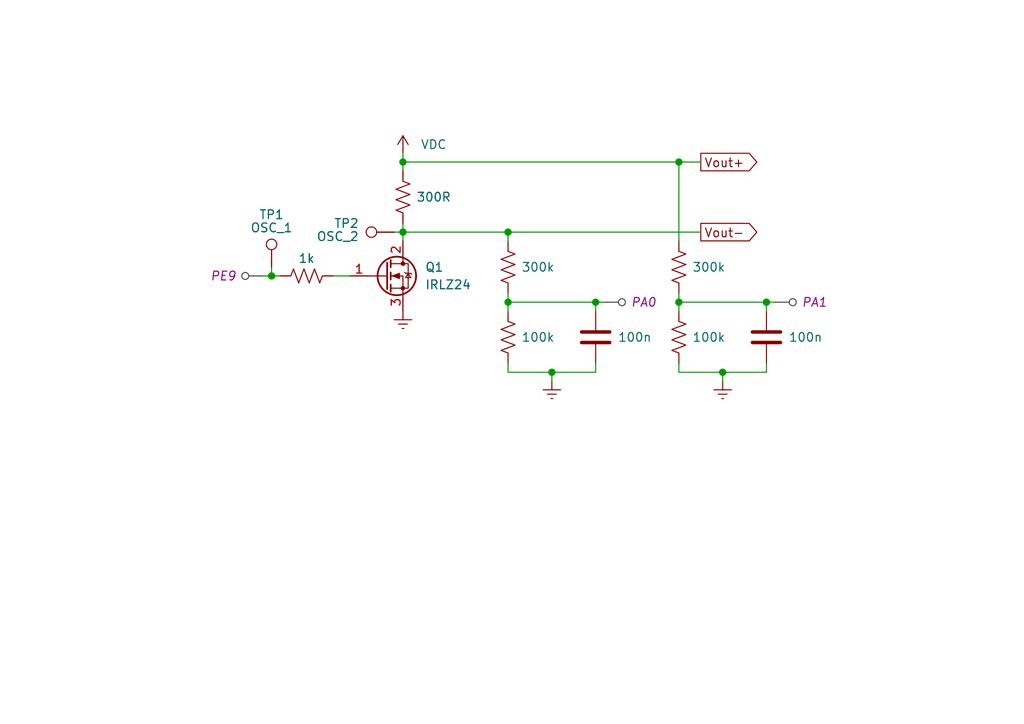
<source format=kicad_sch>
(kicad_sch (version 20230121) (generator eeschema)
  (paper "User" 148.488 105.004)
  (title_block (title "Fuente Regulada") (date "2024-01-11") (rev "v1.0") (company "Grupo 33 - Sistemas Electrónicos Digitales") (comment 1 "Adrián Teixeira de Uña") (comment 2 "Bogurad Barañski Barañska") (comment 3 "Juan Nicolás Jiménez Pérez"))
  (lib_symbols
    (symbol "Connector:TestPoint" (pin_numbers hide) (pin_names (offset 0.762) hide)
      (property "Reference" "TP" (at 0 6.858 0))
      (property "Value" "TestPoint" (at 0 5.08 0))
      (symbol "TestPoint_0_1"
        (circle (center 0 3.302) (radius 0.762))
      )
      (symbol "TestPoint_1_1"
        (pin passive line (at 0 0 90) (length 2.54) (name "1") (number "1"))
      )
    )
    (symbol "Device:C" (pin_numbers hide) (pin_names (offset 0.254))
      (property "Reference" "C" (at 0.635 2.54 0))
      (property "Value" "C" (at 0.635 -2.54 0))
      (symbol "C_0_1"
        (polyline (pts (xy -2.032 -0.762) (xy 2.032 -0.762)) (stroke (width 0.508)))
        (polyline (pts (xy -2.032 0.762) (xy 2.032 0.762)) (stroke (width 0.508)))
      )
      (symbol "C_1_1"
        (pin passive line (at 0 3.81 270) (length 2.794) (name "~") (number "1"))
        (pin passive line (at 0 -3.81 90) (length 2.794) (name "~") (number "2"))
      )
    )
    (symbol "Device:R_US" (pin_numbers hide) (pin_names (offset 0))
      (property "Reference" "R" (at 2.54 0 90))
      (property "Value" "R_US" (at -2.54 0 90))
      (symbol "R_US_0_1"
        (polyline (pts (xy 0 -2.286) (xy 0 -2.54)))
        (polyline (pts (xy 0 2.286) (xy 0 2.54)))
        (polyline (pts (xy 0 -0.762) (xy 1.016 -1.143) (xy 0 -1.524) (xy -1.016 -1.905) (xy 0 -2.286)))
        (polyline (pts (xy 0 0.762) (xy 1.016 0.381) (xy 0 0) (xy -1.016 -0.381) (xy 0 -0.762)))
        (polyline (pts (xy 0 2.286) (xy 1.016 1.905) (xy 0 1.524) (xy -1.016 1.143) (xy 0 0.762)))
      )
      (symbol "R_US_1_1"
        (pin passive line (at 0 3.81 270) (length 1.27) (name "~") (number "1"))
        (pin passive line (at 0 -3.81 90) (length 1.27) (name "~") (number "2"))
      )
    )
    (symbol "Transistor_FET:IRLZ24" (pin_names hide)
      (property "Reference" "Q" (at 6.35 1.905 0))
      (property "Value" "IRLZ24" (at 6.35 0 0))
      (symbol "IRLZ24_0_1"
        (polyline (pts (xy 0.254 0) (xy -2.54 0)))
        (polyline (pts (xy 0.254 1.905) (xy 0.254 -1.905)) (stroke (width 0.254)))
        (polyline (pts (xy 0.762 -1.27) (xy 0.762 -2.286)) (stroke (width 0.254)))
        (polyline (pts (xy 0.762 0.508) (xy 0.762 -0.508)) (stroke (width 0.254)))
        (polyline (pts (xy 0.762 2.286) (xy 0.762 1.27)) (stroke (width 0.254)))
        (polyline (pts (xy 2.54 2.54) (xy 2.54 1.778)))
        (polyline (pts (xy 2.54 -2.54) (xy 2.54 0) (xy 0.762 0)))
        (polyline (pts (xy 0.762 -1.778) (xy 3.302 -1.778) (xy 3.302 1.778) (xy 0.762 1.778)))
        (polyline (pts (xy 1.016 0) (xy 2.032 0.381) (xy 2.032 -0.381) (xy 1.016 0)) (fill (type outline)))
        (polyline (pts (xy 2.794 0.508) (xy 2.921 0.381) (xy 3.683 0.381) (xy 3.81 0.254)))
        (polyline (pts (xy 3.302 0.381) (xy 2.921 -0.254) (xy 3.683 -0.254) (xy 3.302 0.381)))
        (circle (center 1.651 0) (radius 2.794) (stroke (width 0.254)))
        (circle (center 2.54 -1.778) (radius 0.254) (fill (type outline)))
        (circle (center 2.54 1.778) (radius 0.254) (fill (type outline)))
      )
      (symbol "IRLZ24_1_1"
        (pin input line (at -5.08 0 0) (length 2.54) (name "G") (number "1"))
        (pin passive line (at 2.54 5.08 270) (length 2.54) (name "D") (number "2"))
        (pin passive line (at 2.54 -5.08 90) (length 2.54) (name "S") (number "3"))
      )
    )
    (symbol "power:Earth" (power) (pin_names (offset 0))
      (symbol "Earth_0_1"
        (polyline (pts (xy -0.635 -1.905) (xy 0.635 -1.905)))
        (polyline (pts (xy -0.127 -2.54) (xy 0.127 -2.54)))
        (polyline (pts (xy 0 -1.27) (xy 0 0)))
        (polyline (pts (xy 1.27 -1.27) (xy -1.27 -1.27)))
      )
      (symbol "Earth_1_1"
        (pin power_in line (at 0 0 270) (length 0) hide (name "Earth") (number "1"))
      )
    )
    (symbol "power:VDC" (power) (pin_names (offset 0))
      (property "Value" "VDC" (at 0 6.35 0))
      (symbol "VDC_0_1"
        (polyline (pts (xy -0.762 1.27) (xy 0 2.54)))
        (polyline (pts (xy 0 0) (xy 0 2.54)))
        (polyline (pts (xy 0 2.54) (xy 0.762 1.27)))
      )
      (symbol "VDC_1_1"
        (pin power_in line (at 0 0 90) (length 0) hide (name "VDC") (number "1"))
      )
    )
  )
  (junction (at 73.66 43.815))
  (junction (at 98.425 43.815))
  (junction (at 80.01 53.975))
  (junction (at 39.37 40.005))
  (junction (at 86.36 43.815))
  (junction (at 58.42 23.495))
  (junction (at 58.42 33.655))
  (junction (at 98.425 23.495))
  (junction (at 111.125 43.815))
  (junction (at 104.775 53.975))
  (junction (at 73.66 33.655))
  (wire (pts (xy 86.36 45.085) (xy 86.36 43.815)))
  (wire (pts (xy 73.66 33.655) (xy 73.66 34.925)))
  (wire (pts (xy 98.425 23.495) (xy 101.6 23.495)))
  (wire (pts (xy 98.425 53.975) (xy 98.425 52.705)))
  (wire (pts (xy 58.42 23.495) (xy 98.425 23.495)))
  (wire (pts (xy 86.36 53.975) (xy 80.01 53.975)))
  (wire (pts (xy 39.37 38.735) (xy 39.37 40.005)))
  (wire (pts (xy 38.1 40.005) (xy 39.37 40.005)))
  (wire (pts (xy 98.425 42.545) (xy 98.425 43.815)))
  (wire (pts (xy 73.66 43.815) (xy 73.66 45.085)))
  (wire (pts (xy 73.66 43.815) (xy 86.36 43.815)))
  (wire (pts (xy 58.42 32.385) (xy 58.42 33.655)))
  (wire (pts (xy 86.36 43.815) (xy 87.63 43.815)))
  (wire (pts (xy 58.42 33.655) (xy 58.42 34.925)))
  (wire (pts (xy 86.36 52.705) (xy 86.36 53.975)))
  (wire (pts (xy 58.42 23.495) (xy 58.42 24.765)))
  (wire (pts (xy 73.66 42.545) (xy 73.66 43.815)))
  (wire (pts (xy 111.125 45.085) (xy 111.125 43.815)))
  (wire (pts (xy 73.66 33.655) (xy 101.6 33.655)))
  (wire (pts (xy 73.66 53.975) (xy 73.66 52.705)))
  (wire (pts (xy 58.42 22.225) (xy 58.42 23.495)))
  (wire (pts (xy 80.01 53.975) (xy 73.66 53.975)))
  (wire (pts (xy 111.125 52.705) (xy 111.125 53.975)))
  (wire (pts (xy 39.37 40.005) (xy 40.64 40.005)))
  (wire (pts (xy 104.775 53.975) (xy 98.425 53.975)))
  (wire (pts (xy 58.42 33.655) (xy 73.66 33.655)))
  (wire (pts (xy 48.26 40.005) (xy 50.8 40.005)))
  (wire (pts (xy 98.425 23.495) (xy 98.425 34.925)))
  (wire (pts (xy 98.425 43.815) (xy 111.125 43.815)))
  (wire (pts (xy 111.125 43.815) (xy 112.395 43.815)))
  (wire (pts (xy 104.775 53.975) (xy 104.775 55.245)))
  (wire (pts (xy 98.425 43.815) (xy 98.425 45.085)))
  (wire (pts (xy 57.15 33.655) (xy 58.42 33.655)))
  (wire (pts (xy 111.125 53.975) (xy 104.775 53.975)))
  (wire (pts (xy 80.01 53.975) (xy 80.01 55.245)))
  (global_label "Vout+" (shape output) (at 101.6 23.495 0) (property "Intersheetrefs" "${INTERSHEET_REFS}" (effects hide)))
  (global_label "Vout-" (shape output) (at 101.6 33.655 0) (property "Intersheetrefs" "${INTERSHEET_REFS}" (effects hide)))
  (netclass_flag "" (length 2.54) (shape round) (at 112.395 43.815 270) (property "Netclass" "PA1" (at 116.205 43.815 0) (effects (font italic) (justify left))))
  (netclass_flag "" (length 2.54) (shape round) (at 38.1 40.005 90) (property "Netclass" "PE9" (at 34.29 40.005 0) (effects (font italic) (justify right))))
  (netclass_flag "" (length 2.54) (shape round) (at 87.63 43.815 270) (property "Netclass" "PA0" (at 91.44 43.815 0) (effects (font italic) (justify left))))
  (symbol (lib_id "Connector:TestPoint") (at 39.37 38.735 0) (unit 1)
    (property "Reference" "TP1" (at 39.37 31.115 0))
    (property "Value" "OSC_1" (at 39.37 33.02 0))
  )
  (symbol (lib_id "power:VDC") (at 58.42 22.225 0) (unit 1)
    (property "Reference" "#PWR01" (effects hide))
    (property "Value" "~9V" (at 60.96 20.9549 0) (effects (justify left)))
  )
  (symbol (lib_id "power:Earth") (at 58.42 45.085 0) (unit 1)
    (property "Reference" "#PWR02" (effects hide))
    (property "Value" "Earth" (effects hide))
  )
  (symbol (lib_id "Device:C") (at 86.36 48.895 0) (unit 1)
    (property "Reference" "C1" (effects hide))
    (property "Value" "100n" (at 89.535 48.895 0) (effects (justify left)))
  )
  (symbol (lib_id "Device:R_US") (at 98.425 48.895 0) (unit 1)
    (property "Reference" "R6" (effects hide))
    (property "Value" "100k" (at 100.33 48.895 0) (effects (justify left)))
  )
  (symbol (lib_id "Device:R_US") (at 98.425 38.735 0) (unit 1)
    (property "Reference" "R5" (effects hide))
    (property "Value" "300k" (at 100.33 38.735 0) (effects (justify left)))
  )
  (symbol (lib_id "Connector:TestPoint") (at 57.15 33.655 90) (unit 1)
    (property "Reference" "TP2" (at 52.07 32.385 90) (effects (justify left)))
    (property "Value" "OSC_2" (at 52.07 34.29 90) (effects (justify left)))
  )
  (symbol (lib_id "Transistor_FET:IRLZ24") (at 55.88 40.005 0) (unit 1)
    (property "Reference" "Q1" (at 61.595 38.735 0) (effects (justify left)))
    (property "Value" "IRLZ24" (at 61.595 41.275 0) (effects (justify left)))
    (property "Footprint" "Package_TO_SOT_THT:TO-220-3_Vertical" (effects hide))
    (property "Datasheet" "https://www.vishay.com/docs/91326/sihlz24.pdf" (effects hide))
  )
  (symbol (lib_id "Device:C") (at 111.125 48.895 0) (unit 1)
    (property "Reference" "C2" (effects hide))
    (property "Value" "100n" (at 114.3 48.895 0) (effects (justify left)))
  )
  (symbol (lib_id "Device:R_US") (at 44.45 40.005 90) (unit 1)
    (property "Reference" "R2" (effects hide))
    (property "Value" "1k" (at 44.45 37.465 90))
  )
  (symbol (lib_id "power:Earth") (at 104.775 55.245 0) (unit 1)
    (property "Reference" "#PWR04" (effects hide))
    (property "Value" "Earth" (effects hide))
  )
  (symbol (lib_id "Device:R_US") (at 73.66 38.735 0) (unit 1)
    (property "Reference" "R3" (effects hide))
    (property "Value" "300k" (at 75.565 38.735 0) (effects (justify left)))
  )
  (symbol (lib_id "power:Earth") (at 80.01 55.245 0) (unit 1)
    (property "Reference" "#PWR03" (effects hide))
    (property "Value" "Earth" (effects hide))
  )
  (symbol (lib_id "Device:R_US") (at 73.66 48.895 0) (unit 1)
    (property "Reference" "R4" (effects hide))
    (property "Value" "100k" (at 75.565 48.895 0) (effects (justify left)))
  )
  (symbol (lib_id "Device:R_US") (at 58.42 28.575 0) (unit 1)
    (property "Reference" "R1" (effects hide))
    (property "Value" "300R" (at 60.325 28.575 0) (effects (justify left)))
  )
)
</source>
